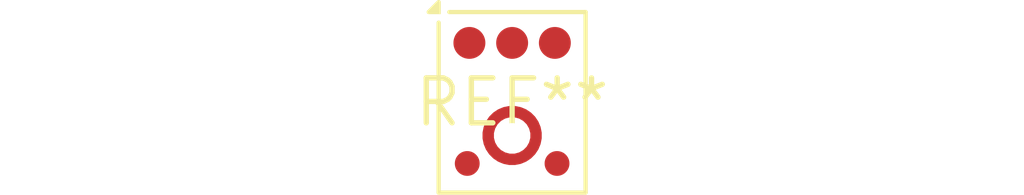
<source format=kicad_pcb>
(kicad_pcb (version 20240108) (generator pcbnew)
  (layers (0 "F.Cu" signal) (31 "B.Cu" signal) (34 "B.Paste" user) (35 "F.Paste" user) (36 "B.SilkS" user "B.Silkscreen") (37 "F.SilkS" user "F.Silkscreen") (38 "B.Mask" user) (39 "F.Mask" user) (44 "Edge.Cuts" user))
  (net 0 "")
  (footprint "Knowles_LGA-6_4.72x3.76mm" (layer "F.Cu") (at 0 0)
    (property "Reference" "REF**")
    (property "Value" "Knowles_LGA-6_4.72x3.76mm")
    (fp_line (start -2.07 -2.25) (end -2.07 2.55) (layer "F.SilkS") (stroke (width 0.12)))
    (fp_line (start 2.07 -2.55) (end -1.77 -2.55) (layer "F.SilkS") (stroke (width 0.12)))
    (fp_line (start 2.07 -2.55) (end 2.07 2.55) (layer "F.SilkS") (stroke (width 0.12)))
    (fp_line (start 2.07 2.55) (end -2.07 2.55) (layer "F.SilkS") (stroke (width 0.12)))
    (fp_poly (pts (xy -2.07 -2.55) (xy -2.35 -2.55) (xy -2.07 -2.83) (xy -2.07 -2.55)) (layer "F.SilkS") (stroke (width 0.12)) (fill solid))
    (pad "" np_thru_hole circle (at 0 0.938) (size 0.7 0.7) (drill 0.7) (layers F&B.Cu *.Mask))
    (pad "1" smd circle (at -1.204 -1.678) (size 0.9 0.9) (layers "F.Cu" "F.Paste" "F.Mask"))
    (pad "2" smd circle (at -1.265 1.728) (size 0.7 0.7) (layers "F.Cu" "F.Paste" "F.Mask"))
    (pad "3" smd custom (at 0 1.61325) (size 0.3 0.3) (layers "F.Cu" "F.Mask") (options (clearance outline) (anchor circle)) (primitives (gr_circle (center 0 -0.67525) (end 0.67525 -0.67525) (width 0.3255) (fill no))))
    (pad "4" smd circle (at 1.265 1.728) (size 0.7 0.7) (layers "F.Cu" "F.Paste" "F.Mask"))
    (pad "5" smd circle (at 1.204 -1.678) (size 0.9 0.9) (layers "F.Cu" "F.Paste" "F.Mask"))
    (pad "6" smd circle (at 0 -1.678) (size 0.9 0.9) (layers "F.Cu" "F.Paste" "F.Mask"))
  )
)
</source>
